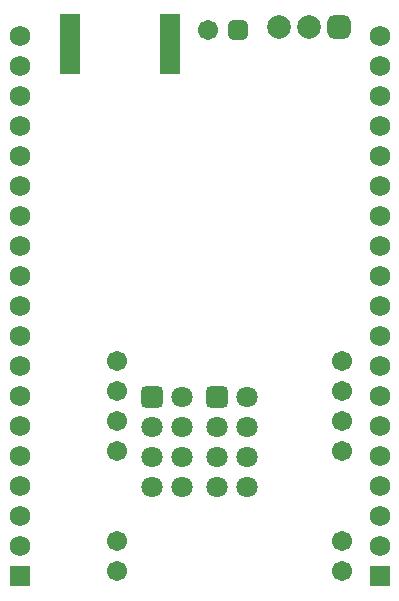
<source format=gbs>
G04 Layer_Color=16711935*
%FSAX24Y24*%
%MOIN*%
G70*
G01*
G75*
%ADD48R,0.0710X0.2009*%
%ADD62C,0.0671*%
%ADD63C,0.0789*%
G04:AMPARAMS|DCode=64|XSize=78.9mil|YSize=78.9mil|CornerRadius=21.7mil|HoleSize=0mil|Usage=FLASHONLY|Rotation=180.000|XOffset=0mil|YOffset=0mil|HoleType=Round|Shape=RoundedRectangle|*
%AMROUNDEDRECTD64*
21,1,0.0789,0.0354,0,0,180.0*
21,1,0.0354,0.0789,0,0,180.0*
1,1,0.0434,-0.0177,0.0177*
1,1,0.0434,0.0177,0.0177*
1,1,0.0434,0.0177,-0.0177*
1,1,0.0434,-0.0177,-0.0177*
%
%ADD64ROUNDEDRECTD64*%
G04:AMPARAMS|DCode=65|XSize=67.1mil|YSize=67.1mil|CornerRadius=18.8mil|HoleSize=0mil|Usage=FLASHONLY|Rotation=180.000|XOffset=0mil|YOffset=0mil|HoleType=Round|Shape=RoundedRectangle|*
%AMROUNDEDRECTD65*
21,1,0.0671,0.0295,0,0,180.0*
21,1,0.0295,0.0671,0,0,180.0*
1,1,0.0375,-0.0148,0.0148*
1,1,0.0375,0.0148,0.0148*
1,1,0.0375,0.0148,-0.0148*
1,1,0.0375,-0.0148,-0.0148*
%
%ADD65ROUNDEDRECTD65*%
%ADD66C,0.0710*%
G04:AMPARAMS|DCode=67|XSize=71mil|YSize=71mil|CornerRadius=11.9mil|HoleSize=0mil|Usage=FLASHONLY|Rotation=270.000|XOffset=0mil|YOffset=0mil|HoleType=Round|Shape=RoundedRectangle|*
%AMROUNDEDRECTD67*
21,1,0.0710,0.0472,0,0,270.0*
21,1,0.0472,0.0710,0,0,270.0*
1,1,0.0237,-0.0236,-0.0236*
1,1,0.0237,-0.0236,0.0236*
1,1,0.0237,0.0236,0.0236*
1,1,0.0237,0.0236,-0.0236*
%
%ADD67ROUNDEDRECTD67*%
%ADD68C,0.0680*%
%ADD69R,0.0680X0.0680*%
D48*
X045374Y046083D02*
D03*
X042028D02*
D03*
D62*
X043602Y028528D02*
D03*
Y029528D02*
D03*
Y032528D02*
D03*
Y033528D02*
D03*
Y034528D02*
D03*
Y035528D02*
D03*
X046638Y046555D02*
D03*
X051083Y028543D02*
D03*
Y029543D02*
D03*
Y032543D02*
D03*
Y033543D02*
D03*
Y034543D02*
D03*
Y035543D02*
D03*
D63*
X049000Y046654D02*
D03*
X050000D02*
D03*
D64*
X051000D02*
D03*
D65*
X047638Y046555D02*
D03*
D66*
X047941Y031325D02*
D03*
X046941D02*
D03*
X047941Y032325D02*
D03*
X046941D02*
D03*
X047941Y033325D02*
D03*
X046941D02*
D03*
X047941Y034325D02*
D03*
X045776Y031325D02*
D03*
X044776D02*
D03*
X045776Y032325D02*
D03*
X044776D02*
D03*
X045776Y033325D02*
D03*
X044776D02*
D03*
X045776Y034325D02*
D03*
D67*
X046941D02*
D03*
X044776D02*
D03*
D68*
X040354Y046346D02*
D03*
Y045346D02*
D03*
Y044346D02*
D03*
Y043346D02*
D03*
Y042346D02*
D03*
Y041346D02*
D03*
Y040346D02*
D03*
Y039346D02*
D03*
Y038346D02*
D03*
Y037346D02*
D03*
Y036346D02*
D03*
Y035346D02*
D03*
Y034346D02*
D03*
Y033346D02*
D03*
Y032346D02*
D03*
Y031346D02*
D03*
Y030346D02*
D03*
Y029346D02*
D03*
X052362Y046346D02*
D03*
Y045346D02*
D03*
Y044346D02*
D03*
Y043346D02*
D03*
Y042346D02*
D03*
Y041346D02*
D03*
Y040346D02*
D03*
Y039346D02*
D03*
Y038346D02*
D03*
Y037346D02*
D03*
Y036346D02*
D03*
Y035346D02*
D03*
Y034346D02*
D03*
Y033346D02*
D03*
Y032346D02*
D03*
Y031346D02*
D03*
Y030346D02*
D03*
Y029346D02*
D03*
D69*
X040354Y028346D02*
D03*
X052362D02*
D03*
M02*

</source>
